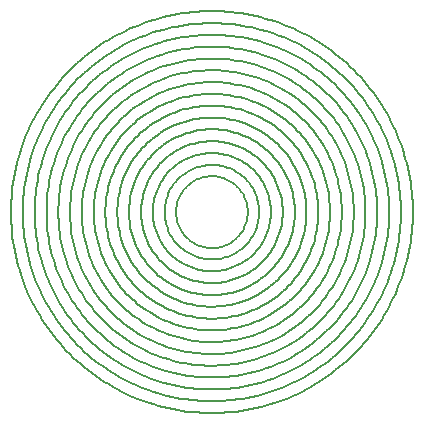
<source format=gbo>
G04 EAGLE Gerber X2 export*
G75*
%MOIN*%
%FSLAX24Y24*%
%LPD*%
%AMOC8*
5,1,8,0,0,1.08239X$1,22.5*%
G01*
%ADD10C,0.006000*%
%ADD11C,0.005000*%


D10*
X3331Y5709D02*
X3333Y5778D01*
X3339Y5847D01*
X3349Y5915D01*
X3363Y5983D01*
X3380Y6049D01*
X3402Y6115D01*
X3427Y6179D01*
X3456Y6242D01*
X3489Y6303D01*
X3524Y6361D01*
X3564Y6418D01*
X3606Y6473D01*
X3652Y6524D01*
X3700Y6574D01*
X3751Y6620D01*
X3805Y6663D01*
X3861Y6703D01*
X3920Y6740D01*
X3980Y6773D01*
X4042Y6803D01*
X4106Y6829D01*
X4171Y6852D01*
X4238Y6870D01*
X4305Y6885D01*
X4373Y6896D01*
X4442Y6903D01*
X4511Y6906D01*
X4580Y6905D01*
X4649Y6900D01*
X4717Y6891D01*
X4785Y6878D01*
X4852Y6861D01*
X4918Y6841D01*
X4982Y6817D01*
X5045Y6789D01*
X5106Y6757D01*
X5166Y6722D01*
X5223Y6683D01*
X5278Y6642D01*
X5331Y6597D01*
X5380Y6549D01*
X5427Y6499D01*
X5471Y6446D01*
X5512Y6390D01*
X5550Y6332D01*
X5584Y6272D01*
X5615Y6211D01*
X5642Y6147D01*
X5665Y6082D01*
X5685Y6016D01*
X5701Y5949D01*
X5713Y5881D01*
X5721Y5812D01*
X5725Y5743D01*
X5725Y5675D01*
X5721Y5606D01*
X5713Y5537D01*
X5701Y5469D01*
X5685Y5402D01*
X5665Y5336D01*
X5642Y5271D01*
X5615Y5207D01*
X5584Y5146D01*
X5550Y5086D01*
X5512Y5028D01*
X5471Y4972D01*
X5427Y4919D01*
X5380Y4869D01*
X5331Y4821D01*
X5278Y4776D01*
X5223Y4735D01*
X5166Y4696D01*
X5106Y4661D01*
X5045Y4629D01*
X4982Y4601D01*
X4918Y4577D01*
X4852Y4557D01*
X4785Y4540D01*
X4717Y4527D01*
X4649Y4518D01*
X4580Y4513D01*
X4511Y4512D01*
X4442Y4515D01*
X4373Y4522D01*
X4305Y4533D01*
X4238Y4548D01*
X4171Y4566D01*
X4106Y4589D01*
X4042Y4615D01*
X3980Y4645D01*
X3920Y4678D01*
X3861Y4715D01*
X3805Y4755D01*
X3751Y4798D01*
X3700Y4844D01*
X3652Y4894D01*
X3606Y4945D01*
X3564Y5000D01*
X3524Y5057D01*
X3489Y5115D01*
X3456Y5176D01*
X3427Y5239D01*
X3402Y5303D01*
X3380Y5369D01*
X3363Y5435D01*
X3349Y5503D01*
X3339Y5571D01*
X3333Y5640D01*
X3331Y5709D01*
X2953Y5709D02*
X2955Y5788D01*
X2961Y5867D01*
X2971Y5946D01*
X2985Y6024D01*
X3002Y6101D01*
X3024Y6177D01*
X3049Y6252D01*
X3079Y6325D01*
X3111Y6397D01*
X3148Y6468D01*
X3188Y6536D01*
X3231Y6602D01*
X3277Y6666D01*
X3327Y6728D01*
X3380Y6787D01*
X3435Y6843D01*
X3494Y6897D01*
X3555Y6947D01*
X3618Y6995D01*
X3684Y7039D01*
X3752Y7080D01*
X3822Y7117D01*
X3893Y7151D01*
X3967Y7181D01*
X4041Y7207D01*
X4117Y7229D01*
X4194Y7248D01*
X4272Y7263D01*
X4350Y7274D01*
X4429Y7281D01*
X4508Y7284D01*
X4587Y7283D01*
X4666Y7278D01*
X4745Y7269D01*
X4823Y7256D01*
X4900Y7239D01*
X4977Y7219D01*
X5052Y7194D01*
X5126Y7166D01*
X5199Y7134D01*
X5269Y7099D01*
X5338Y7060D01*
X5405Y7017D01*
X5470Y6971D01*
X5532Y6923D01*
X5592Y6871D01*
X5649Y6816D01*
X5703Y6758D01*
X5754Y6698D01*
X5802Y6635D01*
X5847Y6570D01*
X5889Y6502D01*
X5927Y6433D01*
X5961Y6362D01*
X5992Y6289D01*
X6020Y6214D01*
X6043Y6139D01*
X6063Y6062D01*
X6079Y5985D01*
X6091Y5906D01*
X6099Y5828D01*
X6103Y5749D01*
X6103Y5669D01*
X6099Y5590D01*
X6091Y5512D01*
X6079Y5433D01*
X6063Y5356D01*
X6043Y5279D01*
X6020Y5204D01*
X5992Y5129D01*
X5961Y5056D01*
X5927Y4985D01*
X5889Y4916D01*
X5847Y4848D01*
X5802Y4783D01*
X5754Y4720D01*
X5703Y4660D01*
X5649Y4602D01*
X5592Y4547D01*
X5532Y4495D01*
X5470Y4447D01*
X5405Y4401D01*
X5338Y4358D01*
X5269Y4319D01*
X5199Y4284D01*
X5126Y4252D01*
X5052Y4224D01*
X4977Y4199D01*
X4900Y4179D01*
X4823Y4162D01*
X4745Y4149D01*
X4666Y4140D01*
X4587Y4135D01*
X4508Y4134D01*
X4429Y4137D01*
X4350Y4144D01*
X4272Y4155D01*
X4194Y4170D01*
X4117Y4189D01*
X4041Y4211D01*
X3967Y4237D01*
X3893Y4267D01*
X3822Y4301D01*
X3752Y4338D01*
X3684Y4379D01*
X3618Y4423D01*
X3555Y4471D01*
X3494Y4521D01*
X3435Y4575D01*
X3380Y4631D01*
X3327Y4690D01*
X3277Y4752D01*
X3231Y4816D01*
X3188Y4882D01*
X3148Y4950D01*
X3111Y5021D01*
X3079Y5093D01*
X3049Y5166D01*
X3024Y5241D01*
X3002Y5317D01*
X2985Y5394D01*
X2971Y5472D01*
X2961Y5551D01*
X2955Y5630D01*
X2953Y5709D01*
X2559Y5709D02*
X2561Y5797D01*
X2567Y5885D01*
X2577Y5973D01*
X2591Y6061D01*
X2608Y6147D01*
X2630Y6233D01*
X2655Y6317D01*
X2685Y6401D01*
X2717Y6483D01*
X2754Y6563D01*
X2794Y6642D01*
X2838Y6719D01*
X2885Y6794D01*
X2935Y6866D01*
X2989Y6937D01*
X3045Y7004D01*
X3105Y7070D01*
X3167Y7132D01*
X3233Y7192D01*
X3300Y7248D01*
X3371Y7302D01*
X3443Y7352D01*
X3518Y7399D01*
X3595Y7443D01*
X3674Y7483D01*
X3754Y7520D01*
X3836Y7552D01*
X3920Y7582D01*
X4004Y7607D01*
X4090Y7629D01*
X4176Y7646D01*
X4264Y7660D01*
X4352Y7670D01*
X4440Y7676D01*
X4528Y7678D01*
X4616Y7676D01*
X4704Y7670D01*
X4792Y7660D01*
X4880Y7646D01*
X4966Y7629D01*
X5052Y7607D01*
X5136Y7582D01*
X5220Y7552D01*
X5302Y7520D01*
X5382Y7483D01*
X5461Y7443D01*
X5538Y7399D01*
X5613Y7352D01*
X5685Y7302D01*
X5756Y7248D01*
X5823Y7192D01*
X5889Y7132D01*
X5951Y7070D01*
X6011Y7004D01*
X6067Y6937D01*
X6121Y6866D01*
X6171Y6794D01*
X6218Y6719D01*
X6262Y6642D01*
X6302Y6563D01*
X6339Y6483D01*
X6371Y6401D01*
X6401Y6317D01*
X6426Y6233D01*
X6448Y6147D01*
X6465Y6061D01*
X6479Y5973D01*
X6489Y5885D01*
X6495Y5797D01*
X6497Y5709D01*
X6495Y5621D01*
X6489Y5533D01*
X6479Y5445D01*
X6465Y5357D01*
X6448Y5271D01*
X6426Y5185D01*
X6401Y5101D01*
X6371Y5017D01*
X6339Y4935D01*
X6302Y4855D01*
X6262Y4776D01*
X6218Y4699D01*
X6171Y4624D01*
X6121Y4552D01*
X6067Y4481D01*
X6011Y4414D01*
X5951Y4348D01*
X5889Y4286D01*
X5823Y4226D01*
X5756Y4170D01*
X5685Y4116D01*
X5613Y4066D01*
X5538Y4019D01*
X5461Y3975D01*
X5382Y3935D01*
X5302Y3898D01*
X5220Y3866D01*
X5136Y3836D01*
X5052Y3811D01*
X4966Y3789D01*
X4880Y3772D01*
X4792Y3758D01*
X4704Y3748D01*
X4616Y3742D01*
X4528Y3740D01*
X4440Y3742D01*
X4352Y3748D01*
X4264Y3758D01*
X4176Y3772D01*
X4090Y3789D01*
X4004Y3811D01*
X3920Y3836D01*
X3836Y3866D01*
X3754Y3898D01*
X3674Y3935D01*
X3595Y3975D01*
X3518Y4019D01*
X3443Y4066D01*
X3371Y4116D01*
X3300Y4170D01*
X3233Y4226D01*
X3167Y4286D01*
X3105Y4348D01*
X3045Y4414D01*
X2989Y4481D01*
X2935Y4552D01*
X2885Y4624D01*
X2838Y4699D01*
X2794Y4776D01*
X2754Y4855D01*
X2717Y4935D01*
X2685Y5017D01*
X2655Y5101D01*
X2630Y5185D01*
X2608Y5271D01*
X2591Y5357D01*
X2577Y5445D01*
X2567Y5533D01*
X2561Y5621D01*
X2559Y5709D01*
X2166Y5709D02*
X2168Y5806D01*
X2174Y5903D01*
X2184Y5999D01*
X2198Y6095D01*
X2216Y6191D01*
X2237Y6285D01*
X2263Y6379D01*
X2292Y6471D01*
X2326Y6562D01*
X2362Y6652D01*
X2403Y6740D01*
X2447Y6826D01*
X2495Y6911D01*
X2546Y6993D01*
X2600Y7074D01*
X2658Y7152D01*
X2719Y7227D01*
X2782Y7300D01*
X2849Y7371D01*
X2919Y7438D01*
X2991Y7503D01*
X3066Y7564D01*
X3144Y7623D01*
X3223Y7678D01*
X3305Y7730D01*
X3389Y7778D01*
X3475Y7823D01*
X3563Y7865D01*
X3652Y7903D01*
X3743Y7937D01*
X3835Y7967D01*
X3928Y7994D01*
X4023Y8016D01*
X4118Y8035D01*
X4214Y8050D01*
X4310Y8061D01*
X4407Y8068D01*
X4504Y8071D01*
X4601Y8070D01*
X4698Y8065D01*
X4794Y8056D01*
X4890Y8043D01*
X4986Y8026D01*
X5081Y8005D01*
X5174Y7981D01*
X5267Y7952D01*
X5359Y7920D01*
X5449Y7884D01*
X5537Y7845D01*
X5624Y7801D01*
X5709Y7755D01*
X5792Y7704D01*
X5873Y7651D01*
X5951Y7594D01*
X6028Y7534D01*
X6101Y7471D01*
X6172Y7405D01*
X6240Y7336D01*
X6306Y7264D01*
X6368Y7190D01*
X6427Y7113D01*
X6483Y7034D01*
X6536Y6952D01*
X6586Y6869D01*
X6631Y6783D01*
X6674Y6696D01*
X6713Y6607D01*
X6748Y6517D01*
X6779Y6425D01*
X6806Y6332D01*
X6830Y6238D01*
X6850Y6143D01*
X6866Y6047D01*
X6878Y5951D01*
X6886Y5854D01*
X6890Y5757D01*
X6890Y5661D01*
X6886Y5564D01*
X6878Y5467D01*
X6866Y5371D01*
X6850Y5275D01*
X6830Y5180D01*
X6806Y5086D01*
X6779Y4993D01*
X6748Y4901D01*
X6713Y4811D01*
X6674Y4722D01*
X6631Y4635D01*
X6586Y4549D01*
X6536Y4466D01*
X6483Y4384D01*
X6427Y4305D01*
X6368Y4228D01*
X6306Y4154D01*
X6240Y4082D01*
X6172Y4013D01*
X6101Y3947D01*
X6028Y3884D01*
X5951Y3824D01*
X5873Y3767D01*
X5792Y3714D01*
X5709Y3663D01*
X5624Y3617D01*
X5537Y3573D01*
X5449Y3534D01*
X5359Y3498D01*
X5267Y3466D01*
X5174Y3437D01*
X5081Y3413D01*
X4986Y3392D01*
X4890Y3375D01*
X4794Y3362D01*
X4698Y3353D01*
X4601Y3348D01*
X4504Y3347D01*
X4407Y3350D01*
X4310Y3357D01*
X4214Y3368D01*
X4118Y3383D01*
X4023Y3402D01*
X3928Y3424D01*
X3835Y3451D01*
X3743Y3481D01*
X3652Y3515D01*
X3563Y3553D01*
X3475Y3595D01*
X3389Y3640D01*
X3305Y3688D01*
X3223Y3740D01*
X3144Y3795D01*
X3066Y3854D01*
X2991Y3915D01*
X2919Y3980D01*
X2849Y4047D01*
X2782Y4118D01*
X2719Y4191D01*
X2658Y4266D01*
X2600Y4344D01*
X2546Y4425D01*
X2495Y4507D01*
X2447Y4592D01*
X2403Y4678D01*
X2362Y4766D01*
X2326Y4856D01*
X2292Y4947D01*
X2263Y5039D01*
X2237Y5133D01*
X2216Y5227D01*
X2198Y5323D01*
X2184Y5419D01*
X2174Y5515D01*
X2168Y5612D01*
X2166Y5709D01*
X1765Y5709D02*
X1767Y5814D01*
X1773Y5918D01*
X1783Y6022D01*
X1797Y6126D01*
X1814Y6229D01*
X1836Y6331D01*
X1861Y6433D01*
X1891Y6533D01*
X1924Y6632D01*
X1961Y6730D01*
X2001Y6826D01*
X2045Y6921D01*
X2093Y7014D01*
X2144Y7106D01*
X2198Y7195D01*
X2256Y7282D01*
X2318Y7367D01*
X2382Y7449D01*
X2449Y7529D01*
X2520Y7606D01*
X2593Y7681D01*
X2669Y7753D01*
X2748Y7822D01*
X2829Y7888D01*
X2912Y7950D01*
X2998Y8010D01*
X3087Y8066D01*
X3177Y8119D01*
X3269Y8168D01*
X3363Y8214D01*
X3459Y8257D01*
X3556Y8295D01*
X3654Y8330D01*
X3754Y8361D01*
X3855Y8389D01*
X3957Y8412D01*
X4060Y8432D01*
X4163Y8448D01*
X4267Y8460D01*
X4371Y8468D01*
X4476Y8472D01*
X4580Y8472D01*
X4685Y8468D01*
X4789Y8460D01*
X4893Y8448D01*
X4996Y8432D01*
X5099Y8412D01*
X5201Y8389D01*
X5302Y8361D01*
X5402Y8330D01*
X5500Y8295D01*
X5597Y8257D01*
X5693Y8214D01*
X5787Y8168D01*
X5879Y8119D01*
X5969Y8066D01*
X6058Y8010D01*
X6144Y7950D01*
X6227Y7888D01*
X6308Y7822D01*
X6387Y7753D01*
X6463Y7681D01*
X6536Y7606D01*
X6607Y7529D01*
X6674Y7449D01*
X6738Y7367D01*
X6800Y7282D01*
X6858Y7195D01*
X6912Y7106D01*
X6963Y7014D01*
X7011Y6921D01*
X7055Y6826D01*
X7095Y6730D01*
X7132Y6632D01*
X7165Y6533D01*
X7195Y6433D01*
X7220Y6331D01*
X7242Y6229D01*
X7259Y6126D01*
X7273Y6022D01*
X7283Y5918D01*
X7289Y5814D01*
X7291Y5709D01*
X7289Y5604D01*
X7283Y5500D01*
X7273Y5396D01*
X7259Y5292D01*
X7242Y5189D01*
X7220Y5087D01*
X7195Y4985D01*
X7165Y4885D01*
X7132Y4786D01*
X7095Y4688D01*
X7055Y4592D01*
X7011Y4497D01*
X6963Y4404D01*
X6912Y4312D01*
X6858Y4223D01*
X6800Y4136D01*
X6738Y4051D01*
X6674Y3969D01*
X6607Y3889D01*
X6536Y3812D01*
X6463Y3737D01*
X6387Y3665D01*
X6308Y3596D01*
X6227Y3530D01*
X6144Y3468D01*
X6058Y3408D01*
X5969Y3352D01*
X5879Y3299D01*
X5787Y3250D01*
X5693Y3204D01*
X5597Y3161D01*
X5500Y3123D01*
X5402Y3088D01*
X5302Y3057D01*
X5201Y3029D01*
X5099Y3006D01*
X4996Y2986D01*
X4893Y2970D01*
X4789Y2958D01*
X4685Y2950D01*
X4580Y2946D01*
X4476Y2946D01*
X4371Y2950D01*
X4267Y2958D01*
X4163Y2970D01*
X4060Y2986D01*
X3957Y3006D01*
X3855Y3029D01*
X3754Y3057D01*
X3654Y3088D01*
X3556Y3123D01*
X3459Y3161D01*
X3363Y3204D01*
X3269Y3250D01*
X3177Y3299D01*
X3087Y3352D01*
X2998Y3408D01*
X2912Y3468D01*
X2829Y3530D01*
X2748Y3596D01*
X2669Y3665D01*
X2593Y3737D01*
X2520Y3812D01*
X2449Y3889D01*
X2382Y3969D01*
X2318Y4051D01*
X2256Y4136D01*
X2198Y4223D01*
X2144Y4312D01*
X2093Y4404D01*
X2045Y4497D01*
X2001Y4592D01*
X1961Y4688D01*
X1924Y4786D01*
X1891Y4885D01*
X1861Y4985D01*
X1836Y5087D01*
X1814Y5189D01*
X1797Y5292D01*
X1783Y5396D01*
X1773Y5500D01*
X1767Y5604D01*
X1765Y5709D01*
X1378Y5709D02*
X1380Y5821D01*
X1386Y5932D01*
X1396Y6044D01*
X1410Y6155D01*
X1427Y6265D01*
X1449Y6375D01*
X1475Y6484D01*
X1504Y6592D01*
X1537Y6698D01*
X1574Y6804D01*
X1615Y6908D01*
X1660Y7011D01*
X1708Y7112D01*
X1759Y7211D01*
X1814Y7308D01*
X1873Y7403D01*
X1934Y7497D01*
X1999Y7588D01*
X2068Y7676D01*
X2139Y7762D01*
X2213Y7846D01*
X2291Y7926D01*
X2371Y8004D01*
X2454Y8080D01*
X2539Y8152D01*
X2627Y8221D01*
X2717Y8287D01*
X2810Y8349D01*
X2905Y8409D01*
X3002Y8465D01*
X3100Y8517D01*
X3201Y8566D01*
X3303Y8611D01*
X3407Y8653D01*
X3512Y8691D01*
X3619Y8725D01*
X3726Y8755D01*
X3835Y8782D01*
X3944Y8804D01*
X4055Y8823D01*
X4165Y8838D01*
X4277Y8849D01*
X4388Y8856D01*
X4500Y8859D01*
X4612Y8858D01*
X4724Y8853D01*
X4835Y8844D01*
X4946Y8831D01*
X5057Y8814D01*
X5167Y8794D01*
X5276Y8769D01*
X5384Y8741D01*
X5491Y8708D01*
X5597Y8672D01*
X5701Y8632D01*
X5804Y8589D01*
X5906Y8542D01*
X6005Y8491D01*
X6103Y8437D01*
X6199Y8379D01*
X6293Y8318D01*
X6384Y8254D01*
X6473Y8187D01*
X6560Y8116D01*
X6644Y8042D01*
X6726Y7966D01*
X6804Y7886D01*
X6880Y7804D01*
X6953Y7719D01*
X7023Y7632D01*
X7089Y7542D01*
X7153Y7450D01*
X7213Y7356D01*
X7270Y7260D01*
X7323Y7161D01*
X7373Y7061D01*
X7419Y6960D01*
X7462Y6856D01*
X7501Y6751D01*
X7536Y6645D01*
X7567Y6538D01*
X7595Y6429D01*
X7618Y6320D01*
X7638Y6210D01*
X7654Y6099D01*
X7666Y5988D01*
X7674Y5877D01*
X7678Y5765D01*
X7678Y5653D01*
X7674Y5541D01*
X7666Y5430D01*
X7654Y5319D01*
X7638Y5208D01*
X7618Y5098D01*
X7595Y4989D01*
X7567Y4880D01*
X7536Y4773D01*
X7501Y4667D01*
X7462Y4562D01*
X7419Y4458D01*
X7373Y4357D01*
X7323Y4257D01*
X7270Y4158D01*
X7213Y4062D01*
X7153Y3968D01*
X7089Y3876D01*
X7023Y3786D01*
X6953Y3699D01*
X6880Y3614D01*
X6804Y3532D01*
X6726Y3452D01*
X6644Y3376D01*
X6560Y3302D01*
X6473Y3231D01*
X6384Y3164D01*
X6293Y3100D01*
X6199Y3039D01*
X6103Y2981D01*
X6005Y2927D01*
X5906Y2876D01*
X5804Y2829D01*
X5701Y2786D01*
X5597Y2746D01*
X5491Y2710D01*
X5384Y2677D01*
X5276Y2649D01*
X5167Y2624D01*
X5057Y2604D01*
X4946Y2587D01*
X4835Y2574D01*
X4724Y2565D01*
X4612Y2560D01*
X4500Y2559D01*
X4388Y2562D01*
X4277Y2569D01*
X4165Y2580D01*
X4055Y2595D01*
X3944Y2614D01*
X3835Y2636D01*
X3726Y2663D01*
X3619Y2693D01*
X3512Y2727D01*
X3407Y2765D01*
X3303Y2807D01*
X3201Y2852D01*
X3100Y2901D01*
X3002Y2953D01*
X2905Y3009D01*
X2810Y3069D01*
X2717Y3131D01*
X2627Y3197D01*
X2539Y3266D01*
X2454Y3338D01*
X2371Y3414D01*
X2291Y3492D01*
X2213Y3572D01*
X2139Y3656D01*
X2068Y3742D01*
X1999Y3830D01*
X1934Y3921D01*
X1873Y4015D01*
X1814Y4110D01*
X1759Y4207D01*
X1708Y4306D01*
X1660Y4407D01*
X1615Y4510D01*
X1574Y4614D01*
X1537Y4720D01*
X1504Y4826D01*
X1475Y4934D01*
X1449Y5043D01*
X1427Y5153D01*
X1410Y5263D01*
X1396Y5374D01*
X1386Y5486D01*
X1380Y5597D01*
X1378Y5709D01*
X979Y5709D02*
X981Y5828D01*
X987Y5946D01*
X997Y6064D01*
X1011Y6182D01*
X1028Y6299D01*
X1050Y6416D01*
X1076Y6532D01*
X1105Y6647D01*
X1138Y6760D01*
X1175Y6873D01*
X1216Y6985D01*
X1261Y7094D01*
X1309Y7203D01*
X1360Y7310D01*
X1416Y7415D01*
X1474Y7518D01*
X1537Y7619D01*
X1602Y7718D01*
X1671Y7814D01*
X1743Y7908D01*
X1818Y8000D01*
X1896Y8090D01*
X1977Y8176D01*
X2061Y8260D01*
X2147Y8341D01*
X2237Y8419D01*
X2329Y8494D01*
X2423Y8566D01*
X2519Y8635D01*
X2618Y8700D01*
X2719Y8763D01*
X2822Y8821D01*
X2927Y8877D01*
X3034Y8928D01*
X3143Y8976D01*
X3252Y9021D01*
X3364Y9062D01*
X3477Y9099D01*
X3590Y9132D01*
X3705Y9161D01*
X3821Y9187D01*
X3938Y9209D01*
X4055Y9226D01*
X4173Y9240D01*
X4291Y9250D01*
X4409Y9256D01*
X4528Y9258D01*
X4647Y9256D01*
X4765Y9250D01*
X4883Y9240D01*
X5001Y9226D01*
X5118Y9209D01*
X5235Y9187D01*
X5351Y9161D01*
X5466Y9132D01*
X5579Y9099D01*
X5692Y9062D01*
X5804Y9021D01*
X5913Y8976D01*
X6022Y8928D01*
X6129Y8877D01*
X6234Y8821D01*
X6337Y8763D01*
X6438Y8700D01*
X6537Y8635D01*
X6633Y8566D01*
X6727Y8494D01*
X6819Y8419D01*
X6909Y8341D01*
X6995Y8260D01*
X7079Y8176D01*
X7160Y8090D01*
X7238Y8000D01*
X7313Y7908D01*
X7385Y7814D01*
X7454Y7718D01*
X7519Y7619D01*
X7582Y7518D01*
X7640Y7415D01*
X7696Y7310D01*
X7747Y7203D01*
X7795Y7094D01*
X7840Y6985D01*
X7881Y6873D01*
X7918Y6760D01*
X7951Y6647D01*
X7980Y6532D01*
X8006Y6416D01*
X8028Y6299D01*
X8045Y6182D01*
X8059Y6064D01*
X8069Y5946D01*
X8075Y5828D01*
X8077Y5709D01*
X8075Y5590D01*
X8069Y5472D01*
X8059Y5354D01*
X8045Y5236D01*
X8028Y5119D01*
X8006Y5002D01*
X7980Y4886D01*
X7951Y4771D01*
X7918Y4658D01*
X7881Y4545D01*
X7840Y4433D01*
X7795Y4324D01*
X7747Y4215D01*
X7696Y4108D01*
X7640Y4003D01*
X7582Y3900D01*
X7519Y3799D01*
X7454Y3700D01*
X7385Y3604D01*
X7313Y3510D01*
X7238Y3418D01*
X7160Y3328D01*
X7079Y3242D01*
X6995Y3158D01*
X6909Y3077D01*
X6819Y2999D01*
X6727Y2924D01*
X6633Y2852D01*
X6537Y2783D01*
X6438Y2718D01*
X6337Y2655D01*
X6234Y2597D01*
X6129Y2541D01*
X6022Y2490D01*
X5913Y2442D01*
X5804Y2397D01*
X5692Y2356D01*
X5579Y2319D01*
X5466Y2286D01*
X5351Y2257D01*
X5235Y2231D01*
X5118Y2209D01*
X5001Y2192D01*
X4883Y2178D01*
X4765Y2168D01*
X4647Y2162D01*
X4528Y2160D01*
X4409Y2162D01*
X4291Y2168D01*
X4173Y2178D01*
X4055Y2192D01*
X3938Y2209D01*
X3821Y2231D01*
X3705Y2257D01*
X3590Y2286D01*
X3477Y2319D01*
X3364Y2356D01*
X3252Y2397D01*
X3143Y2442D01*
X3034Y2490D01*
X2927Y2541D01*
X2822Y2597D01*
X2719Y2655D01*
X2618Y2718D01*
X2519Y2783D01*
X2423Y2852D01*
X2329Y2924D01*
X2237Y2999D01*
X2147Y3077D01*
X2061Y3158D01*
X1977Y3242D01*
X1896Y3328D01*
X1818Y3418D01*
X1743Y3510D01*
X1671Y3604D01*
X1602Y3700D01*
X1537Y3799D01*
X1474Y3900D01*
X1416Y4003D01*
X1360Y4108D01*
X1309Y4215D01*
X1261Y4324D01*
X1216Y4433D01*
X1175Y4545D01*
X1138Y4658D01*
X1105Y4771D01*
X1076Y4886D01*
X1050Y5002D01*
X1028Y5119D01*
X1011Y5236D01*
X997Y5354D01*
X987Y5472D01*
X981Y5590D01*
X979Y5709D01*
X197Y5709D02*
X199Y5840D01*
X205Y5972D01*
X215Y6103D01*
X229Y6234D01*
X247Y6364D01*
X269Y6493D01*
X294Y6622D01*
X324Y6750D01*
X358Y6877D01*
X395Y7004D01*
X436Y7128D01*
X481Y7252D01*
X530Y7374D01*
X582Y7495D01*
X638Y7613D01*
X698Y7731D01*
X761Y7846D01*
X828Y7959D01*
X898Y8071D01*
X971Y8180D01*
X1047Y8286D01*
X1127Y8391D01*
X1210Y8493D01*
X1296Y8592D01*
X1385Y8689D01*
X1477Y8783D01*
X1572Y8874D01*
X1669Y8963D01*
X1769Y9048D01*
X1872Y9130D01*
X1977Y9209D01*
X2084Y9285D01*
X2194Y9357D01*
X2306Y9426D01*
X2420Y9492D01*
X2535Y9554D01*
X2653Y9613D01*
X2772Y9668D01*
X2893Y9720D01*
X3016Y9767D01*
X3140Y9811D01*
X3265Y9852D01*
X3391Y9888D01*
X3519Y9921D01*
X3647Y9949D01*
X3776Y9974D01*
X3906Y9995D01*
X4036Y10012D01*
X4167Y10025D01*
X4298Y10034D01*
X4429Y10039D01*
X4561Y10040D01*
X4692Y10037D01*
X4824Y10030D01*
X4955Y10019D01*
X5085Y10004D01*
X5215Y9985D01*
X5345Y9962D01*
X5473Y9936D01*
X5601Y9905D01*
X5728Y9870D01*
X5854Y9832D01*
X5978Y9790D01*
X6102Y9744D01*
X6223Y9694D01*
X6343Y9641D01*
X6462Y9584D01*
X6579Y9524D01*
X6693Y9460D01*
X6806Y9392D01*
X6917Y9321D01*
X7026Y9247D01*
X7132Y9170D01*
X7236Y9089D01*
X7337Y9006D01*
X7436Y8919D01*
X7532Y8829D01*
X7625Y8736D01*
X7716Y8641D01*
X7803Y8543D01*
X7888Y8442D01*
X7969Y8339D01*
X8047Y8233D01*
X8122Y8125D01*
X8194Y8015D01*
X8262Y7903D01*
X8327Y7789D01*
X8388Y7672D01*
X8446Y7554D01*
X8500Y7434D01*
X8551Y7313D01*
X8598Y7190D01*
X8641Y7066D01*
X8680Y6941D01*
X8716Y6814D01*
X8747Y6686D01*
X8775Y6558D01*
X8799Y6429D01*
X8819Y6299D01*
X8835Y6168D01*
X8847Y6037D01*
X8855Y5906D01*
X8859Y5775D01*
X8859Y5643D01*
X8855Y5512D01*
X8847Y5381D01*
X8835Y5250D01*
X8819Y5119D01*
X8799Y4989D01*
X8775Y4860D01*
X8747Y4732D01*
X8716Y4604D01*
X8680Y4477D01*
X8641Y4352D01*
X8598Y4228D01*
X8551Y4105D01*
X8500Y3984D01*
X8446Y3864D01*
X8388Y3746D01*
X8327Y3629D01*
X8262Y3515D01*
X8194Y3403D01*
X8122Y3293D01*
X8047Y3185D01*
X7969Y3079D01*
X7888Y2976D01*
X7803Y2875D01*
X7716Y2777D01*
X7625Y2682D01*
X7532Y2589D01*
X7436Y2499D01*
X7337Y2412D01*
X7236Y2329D01*
X7132Y2248D01*
X7026Y2171D01*
X6917Y2097D01*
X6806Y2026D01*
X6694Y1958D01*
X6579Y1894D01*
X6462Y1834D01*
X6343Y1777D01*
X6223Y1724D01*
X6102Y1674D01*
X5978Y1628D01*
X5854Y1586D01*
X5728Y1548D01*
X5601Y1513D01*
X5473Y1482D01*
X5345Y1456D01*
X5215Y1433D01*
X5085Y1414D01*
X4955Y1399D01*
X4824Y1388D01*
X4692Y1381D01*
X4561Y1378D01*
X4429Y1379D01*
X4298Y1384D01*
X4167Y1393D01*
X4036Y1406D01*
X3906Y1423D01*
X3776Y1444D01*
X3647Y1469D01*
X3519Y1497D01*
X3391Y1530D01*
X3265Y1566D01*
X3140Y1607D01*
X3016Y1651D01*
X2893Y1698D01*
X2772Y1750D01*
X2653Y1805D01*
X2535Y1864D01*
X2420Y1926D01*
X2306Y1992D01*
X2194Y2061D01*
X2084Y2133D01*
X1977Y2209D01*
X1872Y2288D01*
X1769Y2370D01*
X1669Y2455D01*
X1572Y2544D01*
X1477Y2635D01*
X1385Y2729D01*
X1296Y2826D01*
X1210Y2925D01*
X1127Y3027D01*
X1047Y3132D01*
X971Y3238D01*
X898Y3347D01*
X828Y3459D01*
X761Y3572D01*
X698Y3687D01*
X638Y3805D01*
X582Y3923D01*
X530Y4044D01*
X481Y4166D01*
X436Y4290D01*
X395Y4414D01*
X358Y4541D01*
X324Y4668D01*
X294Y4796D01*
X269Y4925D01*
X247Y5054D01*
X229Y5184D01*
X215Y5315D01*
X205Y5446D01*
X199Y5578D01*
X197Y5709D01*
X-201Y5709D02*
X-199Y5846D01*
X-193Y5983D01*
X-183Y6119D01*
X-169Y6255D01*
X-152Y6391D01*
X-130Y6526D01*
X-104Y6661D01*
X-75Y6795D01*
X-41Y6927D01*
X-4Y7059D01*
X37Y7190D01*
X82Y7319D01*
X130Y7447D01*
X182Y7574D01*
X238Y7699D01*
X297Y7822D01*
X360Y7944D01*
X427Y8064D01*
X497Y8181D01*
X570Y8297D01*
X647Y8411D01*
X726Y8522D01*
X809Y8631D01*
X896Y8737D01*
X985Y8841D01*
X1077Y8942D01*
X1172Y9041D01*
X1270Y9137D01*
X1370Y9229D01*
X1474Y9319D01*
X1580Y9406D01*
X1688Y9490D01*
X1798Y9571D01*
X1911Y9648D01*
X2027Y9722D01*
X2144Y9793D01*
X2263Y9860D01*
X2384Y9924D01*
X2507Y9984D01*
X2632Y10041D01*
X2758Y10094D01*
X2886Y10144D01*
X3015Y10189D01*
X3145Y10231D01*
X3277Y10269D01*
X3409Y10304D01*
X3543Y10334D01*
X3677Y10361D01*
X3812Y10383D01*
X3948Y10402D01*
X4084Y10417D01*
X4220Y10428D01*
X4357Y10435D01*
X4494Y10438D01*
X4631Y10437D01*
X4768Y10432D01*
X4904Y10423D01*
X5040Y10410D01*
X5176Y10393D01*
X5312Y10373D01*
X5446Y10348D01*
X5580Y10319D01*
X5713Y10287D01*
X5845Y10251D01*
X5976Y10211D01*
X6106Y10167D01*
X6234Y10119D01*
X6361Y10068D01*
X6487Y10013D01*
X6611Y9955D01*
X6733Y9893D01*
X6853Y9827D01*
X6971Y9758D01*
X7087Y9686D01*
X7201Y9610D01*
X7313Y9531D01*
X7423Y9449D01*
X7530Y9363D01*
X7634Y9275D01*
X7736Y9183D01*
X7835Y9089D01*
X7932Y8992D01*
X8025Y8892D01*
X8116Y8789D01*
X8204Y8684D01*
X8288Y8577D01*
X8370Y8466D01*
X8448Y8354D01*
X8523Y8239D01*
X8595Y8123D01*
X8663Y8004D01*
X8727Y7883D01*
X8789Y7761D01*
X8846Y7637D01*
X8900Y7511D01*
X8951Y7383D01*
X8997Y7255D01*
X9040Y7125D01*
X9079Y6993D01*
X9114Y6861D01*
X9146Y6728D01*
X9173Y6594D01*
X9197Y6459D01*
X9217Y6323D01*
X9233Y6187D01*
X9245Y6051D01*
X9253Y5914D01*
X9257Y5777D01*
X9257Y5641D01*
X9253Y5504D01*
X9245Y5367D01*
X9233Y5231D01*
X9217Y5095D01*
X9197Y4959D01*
X9173Y4824D01*
X9146Y4690D01*
X9114Y4557D01*
X9079Y4425D01*
X9040Y4293D01*
X8997Y4163D01*
X8951Y4035D01*
X8900Y3907D01*
X8846Y3781D01*
X8789Y3657D01*
X8727Y3535D01*
X8663Y3414D01*
X8595Y3295D01*
X8523Y3179D01*
X8448Y3064D01*
X8370Y2952D01*
X8288Y2841D01*
X8204Y2734D01*
X8116Y2629D01*
X8025Y2526D01*
X7932Y2426D01*
X7835Y2329D01*
X7736Y2235D01*
X7634Y2143D01*
X7530Y2055D01*
X7423Y1969D01*
X7313Y1887D01*
X7201Y1808D01*
X7087Y1732D01*
X6971Y1660D01*
X6853Y1591D01*
X6733Y1525D01*
X6611Y1463D01*
X6487Y1405D01*
X6361Y1350D01*
X6234Y1299D01*
X6106Y1251D01*
X5976Y1207D01*
X5845Y1167D01*
X5713Y1131D01*
X5580Y1099D01*
X5446Y1070D01*
X5312Y1045D01*
X5176Y1025D01*
X5040Y1008D01*
X4904Y995D01*
X4768Y986D01*
X4631Y981D01*
X4494Y980D01*
X4357Y983D01*
X4220Y990D01*
X4084Y1001D01*
X3948Y1016D01*
X3812Y1035D01*
X3677Y1057D01*
X3543Y1084D01*
X3409Y1114D01*
X3277Y1149D01*
X3145Y1187D01*
X3015Y1229D01*
X2886Y1274D01*
X2758Y1324D01*
X2632Y1377D01*
X2507Y1434D01*
X2384Y1494D01*
X2263Y1558D01*
X2144Y1625D01*
X2027Y1696D01*
X1911Y1770D01*
X1798Y1847D01*
X1688Y1928D01*
X1580Y2012D01*
X1474Y2099D01*
X1370Y2189D01*
X1270Y2281D01*
X1172Y2377D01*
X1077Y2476D01*
X985Y2577D01*
X896Y2681D01*
X809Y2787D01*
X726Y2896D01*
X647Y3007D01*
X570Y3121D01*
X497Y3237D01*
X427Y3354D01*
X360Y3474D01*
X297Y3596D01*
X238Y3719D01*
X182Y3844D01*
X130Y3971D01*
X82Y4099D01*
X37Y4228D01*
X-4Y4359D01*
X-41Y4491D01*
X-75Y4623D01*
X-104Y4757D01*
X-130Y4892D01*
X-152Y5027D01*
X-169Y5163D01*
X-183Y5299D01*
X-193Y5435D01*
X-199Y5572D01*
X-201Y5709D01*
X-590Y5709D02*
X-588Y5852D01*
X-582Y5995D01*
X-572Y6137D01*
X-558Y6279D01*
X-540Y6421D01*
X-518Y6563D01*
X-493Y6703D01*
X-463Y6843D01*
X-429Y6982D01*
X-392Y7120D01*
X-350Y7257D01*
X-305Y7392D01*
X-256Y7526D01*
X-204Y7659D01*
X-148Y7791D01*
X-88Y7920D01*
X-24Y8048D01*
X43Y8175D01*
X114Y8299D01*
X188Y8421D01*
X265Y8541D01*
X346Y8659D01*
X430Y8775D01*
X517Y8888D01*
X607Y8999D01*
X701Y9107D01*
X797Y9213D01*
X896Y9315D01*
X999Y9415D01*
X1103Y9512D01*
X1211Y9607D01*
X1321Y9698D01*
X1434Y9786D01*
X1549Y9870D01*
X1666Y9952D01*
X1786Y10030D01*
X1907Y10105D01*
X2031Y10177D01*
X2157Y10245D01*
X2284Y10309D01*
X2414Y10370D01*
X2545Y10427D01*
X2677Y10481D01*
X2811Y10530D01*
X2946Y10577D01*
X3083Y10619D01*
X3221Y10657D01*
X3359Y10692D01*
X3499Y10722D01*
X3639Y10749D01*
X3780Y10772D01*
X3922Y10791D01*
X4064Y10806D01*
X4207Y10817D01*
X4349Y10824D01*
X4492Y10827D01*
X4635Y10826D01*
X4778Y10821D01*
X4921Y10812D01*
X5063Y10799D01*
X5205Y10782D01*
X5346Y10761D01*
X5487Y10736D01*
X5627Y10708D01*
X5766Y10675D01*
X5904Y10638D01*
X6041Y10598D01*
X6177Y10554D01*
X6312Y10506D01*
X6445Y10454D01*
X6577Y10399D01*
X6707Y10340D01*
X6836Y10277D01*
X6962Y10211D01*
X7087Y10141D01*
X7210Y10068D01*
X7330Y9992D01*
X7449Y9912D01*
X7565Y9828D01*
X7679Y9742D01*
X7790Y9652D01*
X7899Y9560D01*
X8005Y9464D01*
X8109Y9366D01*
X8210Y9264D01*
X8307Y9160D01*
X8402Y9053D01*
X8494Y8944D01*
X8583Y8832D01*
X8669Y8717D01*
X8751Y8601D01*
X8830Y8481D01*
X8906Y8360D01*
X8978Y8237D01*
X9047Y8112D01*
X9112Y7985D01*
X9174Y7856D01*
X9232Y7725D01*
X9287Y7593D01*
X9337Y7459D01*
X9384Y7324D01*
X9428Y7188D01*
X9467Y7051D01*
X9502Y6912D01*
X9534Y6773D01*
X9562Y6633D01*
X9586Y6492D01*
X9606Y6350D01*
X9622Y6208D01*
X9634Y6066D01*
X9642Y5923D01*
X9646Y5780D01*
X9646Y5638D01*
X9642Y5495D01*
X9634Y5352D01*
X9622Y5210D01*
X9606Y5068D01*
X9586Y4926D01*
X9562Y4785D01*
X9534Y4645D01*
X9502Y4506D01*
X9467Y4367D01*
X9428Y4230D01*
X9384Y4094D01*
X9337Y3959D01*
X9287Y3825D01*
X9232Y3693D01*
X9174Y3562D01*
X9112Y3433D01*
X9047Y3306D01*
X8978Y3181D01*
X8906Y3058D01*
X8830Y2937D01*
X8751Y2817D01*
X8669Y2701D01*
X8583Y2586D01*
X8494Y2474D01*
X8402Y2365D01*
X8307Y2258D01*
X8210Y2154D01*
X8109Y2052D01*
X8005Y1954D01*
X7899Y1858D01*
X7790Y1766D01*
X7679Y1676D01*
X7565Y1590D01*
X7449Y1506D01*
X7330Y1426D01*
X7210Y1350D01*
X7087Y1277D01*
X6962Y1207D01*
X6836Y1141D01*
X6707Y1078D01*
X6577Y1019D01*
X6445Y964D01*
X6312Y912D01*
X6177Y864D01*
X6041Y820D01*
X5904Y780D01*
X5766Y743D01*
X5627Y710D01*
X5487Y682D01*
X5346Y657D01*
X5205Y636D01*
X5063Y619D01*
X4921Y606D01*
X4778Y597D01*
X4635Y592D01*
X4492Y591D01*
X4349Y594D01*
X4207Y601D01*
X4064Y612D01*
X3922Y627D01*
X3780Y646D01*
X3639Y669D01*
X3499Y696D01*
X3359Y726D01*
X3221Y761D01*
X3083Y799D01*
X2946Y841D01*
X2811Y888D01*
X2677Y937D01*
X2545Y991D01*
X2414Y1048D01*
X2284Y1109D01*
X2157Y1173D01*
X2031Y1241D01*
X1907Y1313D01*
X1786Y1388D01*
X1666Y1466D01*
X1549Y1548D01*
X1434Y1632D01*
X1321Y1720D01*
X1211Y1811D01*
X1103Y1906D01*
X999Y2003D01*
X896Y2103D01*
X797Y2205D01*
X701Y2311D01*
X607Y2419D01*
X517Y2530D01*
X430Y2643D01*
X346Y2759D01*
X265Y2877D01*
X188Y2997D01*
X114Y3119D01*
X43Y3243D01*
X-24Y3370D01*
X-88Y3498D01*
X-148Y3627D01*
X-204Y3759D01*
X-256Y3892D01*
X-305Y4026D01*
X-350Y4161D01*
X-392Y4298D01*
X-429Y4436D01*
X-463Y4575D01*
X-493Y4715D01*
X-518Y4855D01*
X-540Y4997D01*
X-558Y5139D01*
X-572Y5281D01*
X-582Y5423D01*
X-588Y5566D01*
X-590Y5709D01*
X-984Y5709D02*
X-982Y5857D01*
X-976Y6005D01*
X-966Y6153D01*
X-952Y6300D01*
X-934Y6447D01*
X-913Y6593D01*
X-887Y6739D01*
X-857Y6884D01*
X-824Y7028D01*
X-786Y7171D01*
X-745Y7313D01*
X-700Y7454D01*
X-652Y7594D01*
X-599Y7733D01*
X-543Y7870D01*
X-483Y8005D01*
X-420Y8139D01*
X-353Y8271D01*
X-282Y8401D01*
X-208Y8529D01*
X-131Y8655D01*
X-50Y8779D01*
X34Y8901D01*
X121Y9020D01*
X212Y9137D01*
X306Y9252D01*
X402Y9364D01*
X502Y9474D01*
X604Y9580D01*
X710Y9684D01*
X818Y9785D01*
X929Y9883D01*
X1042Y9979D01*
X1158Y10071D01*
X1276Y10160D01*
X1397Y10245D01*
X1520Y10328D01*
X1645Y10407D01*
X1772Y10483D01*
X1901Y10555D01*
X2032Y10624D01*
X2165Y10689D01*
X2300Y10750D01*
X2436Y10808D01*
X2573Y10863D01*
X2712Y10913D01*
X2853Y10960D01*
X2994Y11003D01*
X3137Y11043D01*
X3281Y11078D01*
X3425Y11110D01*
X3571Y11137D01*
X3717Y11161D01*
X3864Y11181D01*
X4011Y11197D01*
X4158Y11209D01*
X4306Y11217D01*
X4454Y11221D01*
X4602Y11221D01*
X4750Y11217D01*
X4898Y11209D01*
X5045Y11197D01*
X5192Y11181D01*
X5339Y11161D01*
X5485Y11137D01*
X5631Y11110D01*
X5775Y11078D01*
X5919Y11043D01*
X6062Y11003D01*
X6203Y10960D01*
X6344Y10913D01*
X6483Y10863D01*
X6620Y10808D01*
X6756Y10750D01*
X6891Y10689D01*
X7024Y10624D01*
X7155Y10555D01*
X7284Y10483D01*
X7411Y10407D01*
X7536Y10328D01*
X7659Y10245D01*
X7780Y10160D01*
X7898Y10071D01*
X8014Y9979D01*
X8127Y9883D01*
X8238Y9785D01*
X8346Y9684D01*
X8452Y9580D01*
X8554Y9474D01*
X8654Y9364D01*
X8750Y9252D01*
X8844Y9137D01*
X8935Y9020D01*
X9022Y8901D01*
X9106Y8779D01*
X9187Y8655D01*
X9264Y8529D01*
X9338Y8401D01*
X9409Y8271D01*
X9476Y8139D01*
X9539Y8005D01*
X9599Y7870D01*
X9655Y7733D01*
X9708Y7594D01*
X9756Y7454D01*
X9801Y7313D01*
X9842Y7171D01*
X9880Y7028D01*
X9913Y6884D01*
X9943Y6739D01*
X9969Y6593D01*
X9990Y6447D01*
X10008Y6300D01*
X10022Y6153D01*
X10032Y6005D01*
X10038Y5857D01*
X10040Y5709D01*
X10038Y5561D01*
X10032Y5413D01*
X10022Y5265D01*
X10008Y5118D01*
X9990Y4971D01*
X9969Y4825D01*
X9943Y4679D01*
X9913Y4534D01*
X9880Y4390D01*
X9842Y4247D01*
X9801Y4105D01*
X9756Y3964D01*
X9708Y3824D01*
X9655Y3685D01*
X9599Y3548D01*
X9539Y3413D01*
X9476Y3279D01*
X9409Y3147D01*
X9338Y3017D01*
X9264Y2889D01*
X9187Y2763D01*
X9106Y2639D01*
X9022Y2517D01*
X8935Y2398D01*
X8844Y2281D01*
X8750Y2166D01*
X8654Y2054D01*
X8554Y1944D01*
X8452Y1838D01*
X8346Y1734D01*
X8238Y1633D01*
X8127Y1535D01*
X8014Y1439D01*
X7898Y1347D01*
X7780Y1258D01*
X7659Y1173D01*
X7536Y1090D01*
X7411Y1011D01*
X7284Y935D01*
X7155Y863D01*
X7024Y794D01*
X6891Y729D01*
X6756Y668D01*
X6620Y610D01*
X6483Y555D01*
X6344Y505D01*
X6203Y458D01*
X6062Y415D01*
X5919Y375D01*
X5775Y340D01*
X5631Y308D01*
X5485Y281D01*
X5339Y257D01*
X5192Y237D01*
X5045Y221D01*
X4898Y209D01*
X4750Y201D01*
X4602Y197D01*
X4454Y197D01*
X4306Y201D01*
X4158Y209D01*
X4011Y221D01*
X3864Y237D01*
X3717Y257D01*
X3571Y281D01*
X3425Y308D01*
X3281Y340D01*
X3137Y375D01*
X2994Y415D01*
X2853Y458D01*
X2712Y505D01*
X2573Y555D01*
X2436Y610D01*
X2300Y668D01*
X2165Y729D01*
X2032Y794D01*
X1901Y863D01*
X1772Y935D01*
X1645Y1011D01*
X1520Y1090D01*
X1397Y1173D01*
X1276Y1258D01*
X1158Y1347D01*
X1042Y1439D01*
X929Y1535D01*
X818Y1633D01*
X710Y1734D01*
X604Y1838D01*
X502Y1944D01*
X402Y2054D01*
X306Y2166D01*
X212Y2281D01*
X121Y2398D01*
X34Y2517D01*
X-50Y2639D01*
X-131Y2763D01*
X-208Y2889D01*
X-282Y3017D01*
X-353Y3147D01*
X-420Y3279D01*
X-483Y3413D01*
X-543Y3548D01*
X-599Y3685D01*
X-652Y3824D01*
X-700Y3964D01*
X-745Y4105D01*
X-786Y4247D01*
X-824Y4390D01*
X-857Y4534D01*
X-887Y4679D01*
X-913Y4825D01*
X-934Y4971D01*
X-952Y5118D01*
X-966Y5265D01*
X-976Y5413D01*
X-982Y5561D01*
X-984Y5709D01*
X-1381Y5709D02*
X-1379Y5862D01*
X-1373Y6016D01*
X-1363Y6169D01*
X-1349Y6322D01*
X-1331Y6474D01*
X-1309Y6626D01*
X-1284Y6777D01*
X-1254Y6928D01*
X-1220Y7077D01*
X-1183Y7226D01*
X-1142Y7374D01*
X-1097Y7520D01*
X-1048Y7666D01*
X-995Y7810D01*
X-939Y7953D01*
X-878Y8094D01*
X-815Y8233D01*
X-747Y8371D01*
X-676Y8507D01*
X-602Y8641D01*
X-524Y8774D01*
X-443Y8904D01*
X-358Y9032D01*
X-270Y9157D01*
X-179Y9281D01*
X-85Y9402D01*
X12Y9520D01*
X113Y9636D01*
X216Y9750D01*
X323Y9860D01*
X432Y9968D01*
X544Y10073D01*
X658Y10175D01*
X776Y10274D01*
X895Y10370D01*
X1018Y10462D01*
X1142Y10552D01*
X1269Y10638D01*
X1398Y10721D01*
X1529Y10801D01*
X1663Y10877D01*
X1798Y10949D01*
X1935Y11018D01*
X2073Y11084D01*
X2214Y11146D01*
X2356Y11204D01*
X2499Y11259D01*
X2644Y11310D01*
X2790Y11357D01*
X2937Y11400D01*
X3085Y11439D01*
X3235Y11475D01*
X3385Y11506D01*
X3536Y11534D01*
X3687Y11558D01*
X3839Y11578D01*
X3992Y11594D01*
X4145Y11606D01*
X4298Y11614D01*
X4451Y11618D01*
X4605Y11618D01*
X4758Y11614D01*
X4911Y11606D01*
X5064Y11594D01*
X5217Y11578D01*
X5369Y11558D01*
X5520Y11534D01*
X5671Y11506D01*
X5821Y11475D01*
X5971Y11439D01*
X6119Y11400D01*
X6266Y11357D01*
X6412Y11310D01*
X6557Y11259D01*
X6700Y11204D01*
X6842Y11146D01*
X6983Y11084D01*
X7121Y11018D01*
X7258Y10949D01*
X7393Y10877D01*
X7527Y10801D01*
X7658Y10721D01*
X7787Y10638D01*
X7914Y10552D01*
X8038Y10462D01*
X8161Y10370D01*
X8280Y10274D01*
X8398Y10175D01*
X8512Y10073D01*
X8624Y9968D01*
X8733Y9860D01*
X8840Y9750D01*
X8943Y9636D01*
X9044Y9520D01*
X9141Y9402D01*
X9235Y9281D01*
X9326Y9157D01*
X9414Y9032D01*
X9499Y8904D01*
X9580Y8774D01*
X9658Y8641D01*
X9732Y8507D01*
X9803Y8371D01*
X9871Y8233D01*
X9934Y8094D01*
X9995Y7953D01*
X10051Y7810D01*
X10104Y7666D01*
X10153Y7520D01*
X10198Y7374D01*
X10239Y7226D01*
X10276Y7077D01*
X10310Y6928D01*
X10340Y6777D01*
X10365Y6626D01*
X10387Y6474D01*
X10405Y6322D01*
X10419Y6169D01*
X10429Y6016D01*
X10435Y5862D01*
X10437Y5709D01*
X10435Y5556D01*
X10429Y5402D01*
X10419Y5249D01*
X10405Y5096D01*
X10387Y4944D01*
X10365Y4792D01*
X10340Y4641D01*
X10310Y4490D01*
X10276Y4341D01*
X10239Y4192D01*
X10198Y4044D01*
X10153Y3898D01*
X10104Y3752D01*
X10051Y3608D01*
X9995Y3465D01*
X9934Y3324D01*
X9871Y3185D01*
X9803Y3047D01*
X9732Y2911D01*
X9658Y2777D01*
X9580Y2644D01*
X9499Y2514D01*
X9414Y2386D01*
X9326Y2261D01*
X9235Y2137D01*
X9141Y2016D01*
X9044Y1898D01*
X8943Y1782D01*
X8840Y1668D01*
X8733Y1558D01*
X8624Y1450D01*
X8512Y1345D01*
X8398Y1243D01*
X8280Y1144D01*
X8161Y1048D01*
X8038Y956D01*
X7914Y866D01*
X7787Y780D01*
X7658Y697D01*
X7527Y617D01*
X7393Y541D01*
X7258Y469D01*
X7121Y400D01*
X6983Y334D01*
X6842Y272D01*
X6700Y214D01*
X6557Y159D01*
X6412Y108D01*
X6266Y61D01*
X6119Y18D01*
X5971Y-21D01*
X5821Y-57D01*
X5671Y-88D01*
X5520Y-116D01*
X5369Y-140D01*
X5217Y-160D01*
X5064Y-176D01*
X4911Y-188D01*
X4758Y-196D01*
X4605Y-200D01*
X4451Y-200D01*
X4298Y-196D01*
X4145Y-188D01*
X3992Y-176D01*
X3839Y-160D01*
X3687Y-140D01*
X3536Y-116D01*
X3385Y-88D01*
X3235Y-57D01*
X3085Y-21D01*
X2937Y18D01*
X2790Y61D01*
X2644Y108D01*
X2499Y159D01*
X2356Y214D01*
X2214Y272D01*
X2073Y334D01*
X1935Y400D01*
X1798Y469D01*
X1663Y541D01*
X1529Y617D01*
X1398Y697D01*
X1269Y780D01*
X1142Y866D01*
X1018Y956D01*
X895Y1048D01*
X776Y1144D01*
X658Y1243D01*
X544Y1345D01*
X432Y1450D01*
X323Y1558D01*
X216Y1668D01*
X113Y1782D01*
X12Y1898D01*
X-85Y2016D01*
X-179Y2137D01*
X-270Y2261D01*
X-358Y2386D01*
X-443Y2514D01*
X-524Y2644D01*
X-602Y2777D01*
X-676Y2911D01*
X-747Y3047D01*
X-815Y3185D01*
X-878Y3324D01*
X-939Y3465D01*
X-995Y3608D01*
X-1048Y3752D01*
X-1097Y3898D01*
X-1142Y4044D01*
X-1183Y4192D01*
X-1220Y4341D01*
X-1254Y4490D01*
X-1284Y4641D01*
X-1309Y4792D01*
X-1331Y4944D01*
X-1349Y5096D01*
X-1363Y5249D01*
X-1373Y5402D01*
X-1379Y5556D01*
X-1381Y5709D01*
X-1771Y5709D02*
X-1769Y5867D01*
X-1763Y6025D01*
X-1753Y6183D01*
X-1739Y6341D01*
X-1721Y6498D01*
X-1700Y6655D01*
X-1674Y6811D01*
X-1644Y6967D01*
X-1611Y7122D01*
X-1573Y7275D01*
X-1532Y7428D01*
X-1487Y7580D01*
X-1438Y7731D01*
X-1385Y7880D01*
X-1329Y8028D01*
X-1269Y8174D01*
X-1205Y8319D01*
X-1137Y8462D01*
X-1066Y8604D01*
X-992Y8744D01*
X-914Y8881D01*
X-832Y9017D01*
X-748Y9151D01*
X-659Y9282D01*
X-568Y9411D01*
X-473Y9538D01*
X-376Y9663D01*
X-275Y9785D01*
X-171Y9904D01*
X-64Y10021D01*
X46Y10135D01*
X159Y10246D01*
X274Y10355D01*
X392Y10460D01*
X513Y10562D01*
X636Y10662D01*
X762Y10758D01*
X890Y10851D01*
X1020Y10941D01*
X1153Y11027D01*
X1288Y11111D01*
X1424Y11190D01*
X1563Y11267D01*
X1704Y11339D01*
X1846Y11409D01*
X1990Y11474D01*
X2136Y11536D01*
X2283Y11594D01*
X2432Y11649D01*
X2582Y11700D01*
X2733Y11747D01*
X2885Y11790D01*
X3038Y11829D01*
X3193Y11865D01*
X3348Y11896D01*
X3504Y11924D01*
X3660Y11948D01*
X3817Y11968D01*
X3975Y11984D01*
X4132Y11996D01*
X4291Y12004D01*
X4449Y12008D01*
X4607Y12008D01*
X4765Y12004D01*
X4924Y11996D01*
X5081Y11984D01*
X5239Y11968D01*
X5396Y11948D01*
X5552Y11924D01*
X5708Y11896D01*
X5863Y11865D01*
X6018Y11829D01*
X6171Y11790D01*
X6323Y11747D01*
X6474Y11700D01*
X6624Y11649D01*
X6773Y11594D01*
X6920Y11536D01*
X7066Y11474D01*
X7210Y11409D01*
X7352Y11339D01*
X7493Y11267D01*
X7632Y11190D01*
X7768Y11111D01*
X7903Y11027D01*
X8036Y10941D01*
X8166Y10851D01*
X8294Y10758D01*
X8420Y10662D01*
X8543Y10562D01*
X8664Y10460D01*
X8782Y10355D01*
X8897Y10246D01*
X9010Y10135D01*
X9120Y10021D01*
X9227Y9904D01*
X9331Y9785D01*
X9432Y9663D01*
X9529Y9538D01*
X9624Y9411D01*
X9715Y9282D01*
X9804Y9151D01*
X9888Y9017D01*
X9970Y8881D01*
X10048Y8744D01*
X10122Y8604D01*
X10193Y8462D01*
X10261Y8319D01*
X10325Y8174D01*
X10385Y8028D01*
X10441Y7880D01*
X10494Y7731D01*
X10543Y7580D01*
X10588Y7428D01*
X10629Y7275D01*
X10667Y7122D01*
X10700Y6967D01*
X10730Y6811D01*
X10756Y6655D01*
X10777Y6498D01*
X10795Y6341D01*
X10809Y6183D01*
X10819Y6025D01*
X10825Y5867D01*
X10827Y5709D01*
X10825Y5551D01*
X10819Y5393D01*
X10809Y5235D01*
X10795Y5077D01*
X10777Y4920D01*
X10756Y4763D01*
X10730Y4607D01*
X10700Y4451D01*
X10667Y4296D01*
X10629Y4143D01*
X10588Y3990D01*
X10543Y3838D01*
X10494Y3687D01*
X10441Y3538D01*
X10385Y3390D01*
X10325Y3244D01*
X10261Y3099D01*
X10193Y2956D01*
X10122Y2814D01*
X10048Y2674D01*
X9970Y2537D01*
X9888Y2401D01*
X9804Y2267D01*
X9715Y2136D01*
X9624Y2007D01*
X9529Y1880D01*
X9432Y1755D01*
X9331Y1633D01*
X9227Y1514D01*
X9120Y1397D01*
X9010Y1283D01*
X8897Y1172D01*
X8782Y1063D01*
X8664Y958D01*
X8543Y856D01*
X8420Y756D01*
X8294Y660D01*
X8166Y567D01*
X8036Y477D01*
X7903Y391D01*
X7768Y307D01*
X7632Y228D01*
X7493Y151D01*
X7352Y79D01*
X7210Y9D01*
X7066Y-56D01*
X6920Y-118D01*
X6773Y-176D01*
X6624Y-231D01*
X6474Y-282D01*
X6323Y-329D01*
X6171Y-372D01*
X6018Y-411D01*
X5863Y-447D01*
X5708Y-478D01*
X5552Y-506D01*
X5396Y-530D01*
X5239Y-550D01*
X5081Y-566D01*
X4924Y-578D01*
X4765Y-586D01*
X4607Y-590D01*
X4449Y-590D01*
X4291Y-586D01*
X4132Y-578D01*
X3975Y-566D01*
X3817Y-550D01*
X3660Y-530D01*
X3504Y-506D01*
X3348Y-478D01*
X3193Y-447D01*
X3038Y-411D01*
X2885Y-372D01*
X2733Y-329D01*
X2582Y-282D01*
X2432Y-231D01*
X2283Y-176D01*
X2136Y-118D01*
X1990Y-56D01*
X1846Y9D01*
X1704Y79D01*
X1563Y151D01*
X1424Y228D01*
X1288Y307D01*
X1153Y391D01*
X1020Y477D01*
X890Y567D01*
X762Y660D01*
X636Y756D01*
X513Y856D01*
X392Y958D01*
X274Y1063D01*
X159Y1172D01*
X46Y1283D01*
X-64Y1397D01*
X-171Y1514D01*
X-275Y1633D01*
X-376Y1755D01*
X-473Y1880D01*
X-568Y2007D01*
X-659Y2136D01*
X-748Y2267D01*
X-832Y2401D01*
X-914Y2537D01*
X-992Y2674D01*
X-1066Y2814D01*
X-1137Y2956D01*
X-1205Y3099D01*
X-1269Y3244D01*
X-1329Y3390D01*
X-1385Y3538D01*
X-1438Y3687D01*
X-1487Y3838D01*
X-1532Y3990D01*
X-1573Y4143D01*
X-1611Y4296D01*
X-1644Y4451D01*
X-1674Y4607D01*
X-1700Y4763D01*
X-1721Y4920D01*
X-1739Y5077D01*
X-1753Y5235D01*
X-1763Y5393D01*
X-1769Y5551D01*
X-1771Y5709D01*
X-2168Y5709D02*
X-2166Y5873D01*
X-2160Y6038D01*
X-2150Y6202D01*
X-2136Y6365D01*
X-2118Y6529D01*
X-2096Y6692D01*
X-2069Y6854D01*
X-2039Y7015D01*
X-2005Y7176D01*
X-1967Y7336D01*
X-1925Y7495D01*
X-1880Y7653D01*
X-1830Y7809D01*
X-1777Y7965D01*
X-1719Y8119D01*
X-1658Y8271D01*
X-1594Y8422D01*
X-1525Y8572D01*
X-1453Y8720D01*
X-1377Y8865D01*
X-1298Y9009D01*
X-1215Y9151D01*
X-1129Y9291D01*
X-1040Y9429D01*
X-947Y9565D01*
X-850Y9698D01*
X-751Y9829D01*
X-648Y9957D01*
X-542Y10083D01*
X-433Y10206D01*
X-322Y10326D01*
X-207Y10444D01*
X-89Y10559D01*
X31Y10670D01*
X154Y10779D01*
X280Y10885D01*
X408Y10988D01*
X539Y11087D01*
X672Y11184D01*
X808Y11277D01*
X946Y11366D01*
X1086Y11452D01*
X1228Y11535D01*
X1372Y11614D01*
X1517Y11690D01*
X1665Y11762D01*
X1815Y11831D01*
X1966Y11895D01*
X2118Y11956D01*
X2272Y12014D01*
X2428Y12067D01*
X2584Y12117D01*
X2742Y12162D01*
X2901Y12204D01*
X3061Y12242D01*
X3222Y12276D01*
X3383Y12306D01*
X3545Y12333D01*
X3708Y12355D01*
X3872Y12373D01*
X4035Y12387D01*
X4199Y12397D01*
X4364Y12403D01*
X4528Y12405D01*
X4692Y12403D01*
X4857Y12397D01*
X5021Y12387D01*
X5184Y12373D01*
X5348Y12355D01*
X5511Y12333D01*
X5673Y12306D01*
X5834Y12276D01*
X5995Y12242D01*
X6155Y12204D01*
X6314Y12162D01*
X6472Y12117D01*
X6628Y12067D01*
X6784Y12014D01*
X6938Y11956D01*
X7090Y11895D01*
X7241Y11831D01*
X7391Y11762D01*
X7539Y11690D01*
X7684Y11614D01*
X7828Y11535D01*
X7970Y11452D01*
X8110Y11366D01*
X8248Y11277D01*
X8384Y11184D01*
X8517Y11087D01*
X8648Y10988D01*
X8776Y10885D01*
X8902Y10779D01*
X9025Y10670D01*
X9145Y10559D01*
X9263Y10444D01*
X9378Y10326D01*
X9489Y10206D01*
X9598Y10083D01*
X9704Y9957D01*
X9807Y9829D01*
X9906Y9698D01*
X10003Y9565D01*
X10096Y9429D01*
X10185Y9291D01*
X10271Y9151D01*
X10354Y9009D01*
X10433Y8865D01*
X10509Y8720D01*
X10581Y8572D01*
X10650Y8422D01*
X10714Y8271D01*
X10775Y8119D01*
X10833Y7965D01*
X10886Y7809D01*
X10936Y7653D01*
X10981Y7495D01*
X11023Y7336D01*
X11061Y7176D01*
X11095Y7015D01*
X11125Y6854D01*
X11152Y6692D01*
X11174Y6529D01*
X11192Y6365D01*
X11206Y6202D01*
X11216Y6038D01*
X11222Y5873D01*
X11224Y5709D01*
X11222Y5545D01*
X11216Y5380D01*
X11206Y5216D01*
X11192Y5053D01*
X11174Y4889D01*
X11152Y4726D01*
X11125Y4564D01*
X11095Y4403D01*
X11061Y4242D01*
X11023Y4082D01*
X10981Y3923D01*
X10936Y3765D01*
X10886Y3609D01*
X10833Y3453D01*
X10775Y3299D01*
X10714Y3147D01*
X10650Y2996D01*
X10581Y2846D01*
X10509Y2698D01*
X10433Y2553D01*
X10354Y2409D01*
X10271Y2267D01*
X10185Y2127D01*
X10096Y1989D01*
X10003Y1853D01*
X9906Y1720D01*
X9807Y1589D01*
X9704Y1461D01*
X9598Y1335D01*
X9489Y1212D01*
X9378Y1092D01*
X9263Y974D01*
X9145Y859D01*
X9025Y748D01*
X8902Y639D01*
X8776Y533D01*
X8648Y430D01*
X8517Y331D01*
X8384Y234D01*
X8248Y141D01*
X8110Y52D01*
X7970Y-34D01*
X7828Y-117D01*
X7684Y-196D01*
X7539Y-272D01*
X7391Y-344D01*
X7241Y-413D01*
X7090Y-477D01*
X6938Y-538D01*
X6784Y-596D01*
X6628Y-649D01*
X6472Y-699D01*
X6314Y-744D01*
X6155Y-786D01*
X5995Y-824D01*
X5834Y-858D01*
X5673Y-888D01*
X5511Y-915D01*
X5348Y-937D01*
X5184Y-955D01*
X5021Y-969D01*
X4857Y-979D01*
X4692Y-985D01*
X4528Y-987D01*
X4364Y-985D01*
X4199Y-979D01*
X4035Y-969D01*
X3872Y-955D01*
X3708Y-937D01*
X3545Y-915D01*
X3383Y-888D01*
X3222Y-858D01*
X3061Y-824D01*
X2901Y-786D01*
X2742Y-744D01*
X2584Y-699D01*
X2428Y-649D01*
X2272Y-596D01*
X2118Y-538D01*
X1966Y-477D01*
X1815Y-413D01*
X1665Y-344D01*
X1517Y-272D01*
X1372Y-196D01*
X1228Y-117D01*
X1086Y-34D01*
X946Y52D01*
X808Y141D01*
X672Y234D01*
X539Y331D01*
X408Y430D01*
X280Y533D01*
X154Y639D01*
X31Y748D01*
X-89Y859D01*
X-207Y974D01*
X-322Y1092D01*
X-433Y1212D01*
X-542Y1335D01*
X-648Y1461D01*
X-751Y1589D01*
X-850Y1720D01*
X-947Y1853D01*
X-1040Y1989D01*
X-1129Y2127D01*
X-1215Y2267D01*
X-1298Y2409D01*
X-1377Y2553D01*
X-1453Y2698D01*
X-1525Y2846D01*
X-1594Y2996D01*
X-1658Y3147D01*
X-1719Y3299D01*
X-1777Y3453D01*
X-1830Y3609D01*
X-1880Y3765D01*
X-1925Y3923D01*
X-1967Y4082D01*
X-2005Y4242D01*
X-2039Y4403D01*
X-2069Y4564D01*
X-2096Y4726D01*
X-2118Y4889D01*
X-2136Y5053D01*
X-2150Y5216D01*
X-2160Y5380D01*
X-2166Y5545D01*
X-2168Y5709D01*
D11*
X591Y5709D02*
X593Y5834D01*
X599Y5959D01*
X609Y6083D01*
X623Y6207D01*
X640Y6331D01*
X662Y6454D01*
X688Y6576D01*
X717Y6698D01*
X750Y6818D01*
X788Y6937D01*
X828Y7056D01*
X873Y7172D01*
X921Y7287D01*
X973Y7401D01*
X1029Y7513D01*
X1088Y7623D01*
X1150Y7731D01*
X1216Y7838D01*
X1285Y7942D01*
X1358Y8043D01*
X1433Y8143D01*
X1512Y8240D01*
X1594Y8334D01*
X1679Y8426D01*
X1766Y8515D01*
X1857Y8601D01*
X1950Y8684D01*
X2046Y8765D01*
X2144Y8842D01*
X2244Y8916D01*
X2347Y8987D01*
X2452Y9054D01*
X2560Y9119D01*
X2669Y9179D01*
X2780Y9237D01*
X2893Y9290D01*
X3007Y9340D01*
X3123Y9387D01*
X3240Y9429D01*
X3359Y9468D01*
X3479Y9504D01*
X3600Y9535D01*
X3722Y9563D01*
X3844Y9586D01*
X3968Y9606D01*
X4092Y9622D01*
X4216Y9634D01*
X4341Y9642D01*
X4466Y9646D01*
X4590Y9646D01*
X4715Y9642D01*
X4840Y9634D01*
X4964Y9622D01*
X5088Y9606D01*
X5212Y9586D01*
X5334Y9563D01*
X5456Y9535D01*
X5577Y9504D01*
X5697Y9468D01*
X5816Y9429D01*
X5933Y9387D01*
X6049Y9340D01*
X6163Y9290D01*
X6276Y9237D01*
X6387Y9179D01*
X6497Y9119D01*
X6604Y9054D01*
X6709Y8987D01*
X6812Y8916D01*
X6912Y8842D01*
X7010Y8765D01*
X7106Y8684D01*
X7199Y8601D01*
X7290Y8515D01*
X7377Y8426D01*
X7462Y8334D01*
X7544Y8240D01*
X7623Y8143D01*
X7698Y8043D01*
X7771Y7942D01*
X7840Y7838D01*
X7906Y7731D01*
X7968Y7623D01*
X8027Y7513D01*
X8083Y7401D01*
X8135Y7287D01*
X8183Y7172D01*
X8228Y7056D01*
X8268Y6937D01*
X8306Y6818D01*
X8339Y6698D01*
X8368Y6576D01*
X8394Y6454D01*
X8416Y6331D01*
X8433Y6207D01*
X8447Y6083D01*
X8457Y5959D01*
X8463Y5834D01*
X8465Y5709D01*
X8463Y5584D01*
X8457Y5459D01*
X8447Y5335D01*
X8433Y5211D01*
X8416Y5087D01*
X8394Y4964D01*
X8368Y4842D01*
X8339Y4720D01*
X8306Y4600D01*
X8268Y4481D01*
X8228Y4362D01*
X8183Y4246D01*
X8135Y4131D01*
X8083Y4017D01*
X8027Y3905D01*
X7968Y3795D01*
X7906Y3687D01*
X7840Y3580D01*
X7771Y3476D01*
X7698Y3375D01*
X7623Y3275D01*
X7544Y3178D01*
X7462Y3084D01*
X7377Y2992D01*
X7290Y2903D01*
X7199Y2817D01*
X7106Y2734D01*
X7010Y2653D01*
X6912Y2576D01*
X6812Y2502D01*
X6709Y2431D01*
X6604Y2364D01*
X6496Y2299D01*
X6387Y2239D01*
X6276Y2181D01*
X6163Y2128D01*
X6049Y2078D01*
X5933Y2031D01*
X5816Y1989D01*
X5697Y1950D01*
X5577Y1914D01*
X5456Y1883D01*
X5334Y1855D01*
X5212Y1832D01*
X5088Y1812D01*
X4964Y1796D01*
X4840Y1784D01*
X4715Y1776D01*
X4590Y1772D01*
X4466Y1772D01*
X4341Y1776D01*
X4216Y1784D01*
X4092Y1796D01*
X3968Y1812D01*
X3844Y1832D01*
X3722Y1855D01*
X3600Y1883D01*
X3479Y1914D01*
X3359Y1950D01*
X3240Y1989D01*
X3123Y2031D01*
X3007Y2078D01*
X2893Y2128D01*
X2780Y2181D01*
X2669Y2239D01*
X2559Y2299D01*
X2452Y2364D01*
X2347Y2431D01*
X2244Y2502D01*
X2144Y2576D01*
X2046Y2653D01*
X1950Y2734D01*
X1857Y2817D01*
X1766Y2903D01*
X1679Y2992D01*
X1594Y3084D01*
X1512Y3178D01*
X1433Y3275D01*
X1358Y3375D01*
X1285Y3476D01*
X1216Y3580D01*
X1150Y3687D01*
X1088Y3795D01*
X1029Y3905D01*
X973Y4017D01*
X921Y4131D01*
X873Y4246D01*
X828Y4362D01*
X788Y4481D01*
X750Y4600D01*
X717Y4720D01*
X688Y4842D01*
X662Y4964D01*
X640Y5087D01*
X623Y5211D01*
X609Y5335D01*
X599Y5459D01*
X593Y5584D01*
X591Y5709D01*
M02*

</source>
